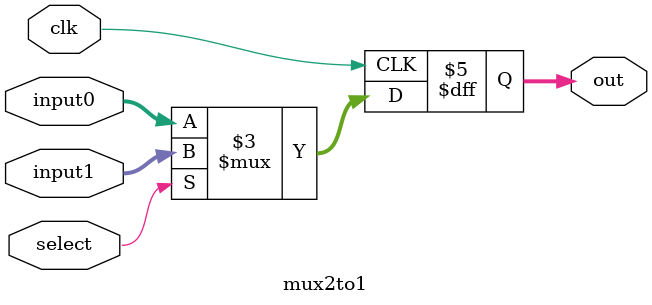
<source format=v>
/*
	Authored 2018-2019, Ryan Voo.

	All rights reserved.
	Redistribution and use in source and binary forms, with or without
	modification, are permitted provided that the following conditions
	are met:

	*	Redistributions of source code must retain the above
		copyright notice, this list of conditions and the following
		disclaimer.

	*	Redistributions in binary form must reproduce the above
		copyright notice, this list of conditions and the following
		disclaimer in the documentation and/or other materials
		provided with the distribution.

	*	Neither the name of the author nor the names of its
		contributors may be used to endorse or promote products
		derived from this software without specific prior written
		permission.

	THIS SOFTWARE IS PROVIDED BY THE COPYRIGHT HOLDERS AND CONTRIBUTORS
	"AS IS" AND ANY EXPRESS OR IMPLIED WARRANTIES, INCLUDING, BUT NOT
	LIMITED TO, THE IMPLIED WARRANTIES OF MERCHANTABILITY AND FITNESS
	FOR A PARTICULAR PURPOSE ARE DISCLAIMED. IN NO EVENT SHALL THE
	COPYRIGHT OWNER OR CONTRIBUTORS BE LIABLE FOR ANY DIRECT, INDIRECT,
	INCIDENTAL, SPECIAL, EXEMPLARY, OR CONSEQUENTIAL DAMAGES (INCLUDING,
	BUT NOT LIMITED TO, PROCUREMENT OF SUBSTITUTE GOODS OR SERVICES;
	LOSS OF USE, DATA, OR PROFITS; OR BUSINESS INTERRUPTION) HOWEVER
	CAUSED AND ON ANY THEORY OF LIABILITY, WHETHER IN CONTRACT, STRICT
	LIABILITY, OR TORT (INCLUDING NEGLIGENCE OR OTHERWISE) ARISING IN
	ANY WAY OUT OF THE USE OF THIS SOFTWARE, EVEN IF ADVISED OF THE
	POSSIBILITY OF SUCH DAMAGE.
*/



/*
 *	2 to 1 multiplexer
 */



module mux2to1(input0, input1, select, out, clk);
	input [31:0]	input0, input1;
	input		select;
	output reg [31:0]	out;
	input		clk;

	//assign out = (select) ? input1 : input0;
	always @(posedge clk) begin
		if (select) 
			out <= input1;
		else 
			out <= input0;
	end
endmodule

</source>
